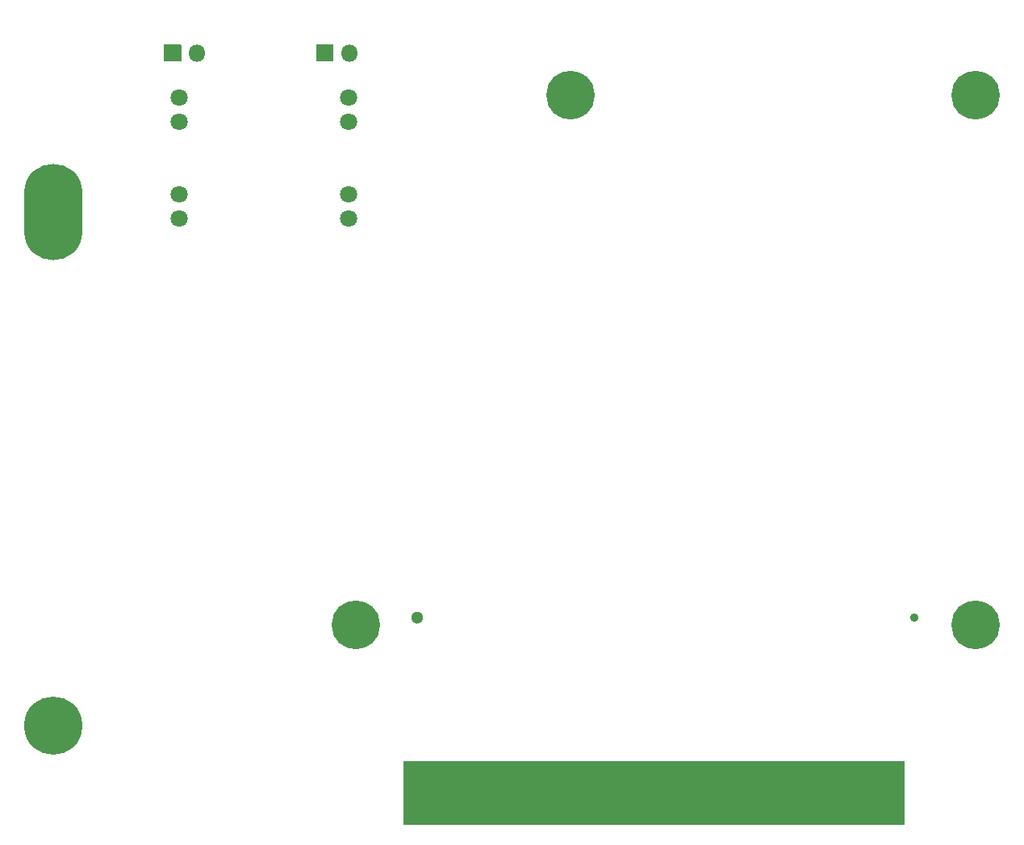
<source format=gbs>
%TF.GenerationSoftware,KiCad,Pcbnew,(5.1.9)-1*%
%TF.CreationDate,2021-05-24T00:29:36+08:00*%
%TF.ProjectId,V1,56312e6b-6963-4616-945f-706362585858,rev?*%
%TF.SameCoordinates,Original*%
%TF.FileFunction,Soldermask,Bot*%
%TF.FilePolarity,Negative*%
%FSLAX46Y46*%
G04 Gerber Fmt 4.6, Leading zero omitted, Abs format (unit mm)*
G04 Created by KiCad (PCBNEW (5.1.9)-1) date 2021-05-24 00:29:36*
%MOMM*%
%LPD*%
G01*
G04 APERTURE LIST*
%ADD10C,0.100000*%
%ADD11O,6.100000X10.100000*%
%ADD12C,6.100000*%
%ADD13C,5.100000*%
%ADD14C,1.300000*%
%ADD15C,0.900000*%
%ADD16O,1.800000X1.800000*%
%ADD17C,1.800000*%
G04 APERTURE END LIST*
D10*
G36*
X184750000Y-135000000D02*
G01*
X132250000Y-135000000D01*
X132250000Y-128350000D01*
X184750000Y-128350000D01*
X184750000Y-135000000D01*
G37*
X184750000Y-135000000D02*
X132250000Y-135000000D01*
X132250000Y-128350000D01*
X184750000Y-128350000D01*
X184750000Y-135000000D01*
G36*
G01*
X183250000Y-132700000D02*
X183250000Y-128400000D01*
G75*
G02*
X183300000Y-128350000I50000J0D01*
G01*
X184000000Y-128350000D01*
G75*
G02*
X184050000Y-128400000I0J-50000D01*
G01*
X184050000Y-132700000D01*
G75*
G02*
X184000000Y-132750000I-50000J0D01*
G01*
X183300000Y-132750000D01*
G75*
G02*
X183250000Y-132700000I0J50000D01*
G01*
G37*
G36*
G01*
X182250000Y-132700000D02*
X182250000Y-128400000D01*
G75*
G02*
X182300000Y-128350000I50000J0D01*
G01*
X183000000Y-128350000D01*
G75*
G02*
X183050000Y-128400000I0J-50000D01*
G01*
X183050000Y-132700000D01*
G75*
G02*
X183000000Y-132750000I-50000J0D01*
G01*
X182300000Y-132750000D01*
G75*
G02*
X182250000Y-132700000I0J50000D01*
G01*
G37*
G36*
G01*
X181250000Y-132700000D02*
X181250000Y-128400000D01*
G75*
G02*
X181300000Y-128350000I50000J0D01*
G01*
X182000000Y-128350000D01*
G75*
G02*
X182050000Y-128400000I0J-50000D01*
G01*
X182050000Y-132700000D01*
G75*
G02*
X182000000Y-132750000I-50000J0D01*
G01*
X181300000Y-132750000D01*
G75*
G02*
X181250000Y-132700000I0J50000D01*
G01*
G37*
G36*
G01*
X180250000Y-132700000D02*
X180250000Y-128400000D01*
G75*
G02*
X180300000Y-128350000I50000J0D01*
G01*
X181000000Y-128350000D01*
G75*
G02*
X181050000Y-128400000I0J-50000D01*
G01*
X181050000Y-132700000D01*
G75*
G02*
X181000000Y-132750000I-50000J0D01*
G01*
X180300000Y-132750000D01*
G75*
G02*
X180250000Y-132700000I0J50000D01*
G01*
G37*
G36*
G01*
X179250000Y-132700000D02*
X179250000Y-128400000D01*
G75*
G02*
X179300000Y-128350000I50000J0D01*
G01*
X180000000Y-128350000D01*
G75*
G02*
X180050000Y-128400000I0J-50000D01*
G01*
X180050000Y-132700000D01*
G75*
G02*
X180000000Y-132750000I-50000J0D01*
G01*
X179300000Y-132750000D01*
G75*
G02*
X179250000Y-132700000I0J50000D01*
G01*
G37*
G36*
G01*
X178250000Y-132700000D02*
X178250000Y-128400000D01*
G75*
G02*
X178300000Y-128350000I50000J0D01*
G01*
X179000000Y-128350000D01*
G75*
G02*
X179050000Y-128400000I0J-50000D01*
G01*
X179050000Y-132700000D01*
G75*
G02*
X179000000Y-132750000I-50000J0D01*
G01*
X178300000Y-132750000D01*
G75*
G02*
X178250000Y-132700000I0J50000D01*
G01*
G37*
G36*
G01*
X177250000Y-132700000D02*
X177250000Y-128400000D01*
G75*
G02*
X177300000Y-128350000I50000J0D01*
G01*
X178000000Y-128350000D01*
G75*
G02*
X178050000Y-128400000I0J-50000D01*
G01*
X178050000Y-132700000D01*
G75*
G02*
X178000000Y-132750000I-50000J0D01*
G01*
X177300000Y-132750000D01*
G75*
G02*
X177250000Y-132700000I0J50000D01*
G01*
G37*
G36*
G01*
X176250000Y-132700000D02*
X176250000Y-128400000D01*
G75*
G02*
X176300000Y-128350000I50000J0D01*
G01*
X177000000Y-128350000D01*
G75*
G02*
X177050000Y-128400000I0J-50000D01*
G01*
X177050000Y-132700000D01*
G75*
G02*
X177000000Y-132750000I-50000J0D01*
G01*
X176300000Y-132750000D01*
G75*
G02*
X176250000Y-132700000I0J50000D01*
G01*
G37*
G36*
G01*
X147250000Y-132700000D02*
X147250000Y-128400000D01*
G75*
G02*
X147300000Y-128350000I50000J0D01*
G01*
X148000000Y-128350000D01*
G75*
G02*
X148050000Y-128400000I0J-50000D01*
G01*
X148050000Y-132700000D01*
G75*
G02*
X148000000Y-132750000I-50000J0D01*
G01*
X147300000Y-132750000D01*
G75*
G02*
X147250000Y-132700000I0J50000D01*
G01*
G37*
G36*
G01*
X146250000Y-132700000D02*
X146250000Y-128400000D01*
G75*
G02*
X146300000Y-128350000I50000J0D01*
G01*
X147000000Y-128350000D01*
G75*
G02*
X147050000Y-128400000I0J-50000D01*
G01*
X147050000Y-132700000D01*
G75*
G02*
X147000000Y-132750000I-50000J0D01*
G01*
X146300000Y-132750000D01*
G75*
G02*
X146250000Y-132700000I0J50000D01*
G01*
G37*
G36*
G01*
X152250000Y-132700000D02*
X152250000Y-128400000D01*
G75*
G02*
X152300000Y-128350000I50000J0D01*
G01*
X153000000Y-128350000D01*
G75*
G02*
X153050000Y-128400000I0J-50000D01*
G01*
X153050000Y-132700000D01*
G75*
G02*
X153000000Y-132750000I-50000J0D01*
G01*
X152300000Y-132750000D01*
G75*
G02*
X152250000Y-132700000I0J50000D01*
G01*
G37*
G36*
G01*
X151250000Y-132700000D02*
X151250000Y-128400000D01*
G75*
G02*
X151300000Y-128350000I50000J0D01*
G01*
X152000000Y-128350000D01*
G75*
G02*
X152050000Y-128400000I0J-50000D01*
G01*
X152050000Y-132700000D01*
G75*
G02*
X152000000Y-132750000I-50000J0D01*
G01*
X151300000Y-132750000D01*
G75*
G02*
X151250000Y-132700000I0J50000D01*
G01*
G37*
G36*
G01*
X150250000Y-132700000D02*
X150250000Y-128400000D01*
G75*
G02*
X150300000Y-128350000I50000J0D01*
G01*
X151000000Y-128350000D01*
G75*
G02*
X151050000Y-128400000I0J-50000D01*
G01*
X151050000Y-132700000D01*
G75*
G02*
X151000000Y-132750000I-50000J0D01*
G01*
X150300000Y-132750000D01*
G75*
G02*
X150250000Y-132700000I0J50000D01*
G01*
G37*
G36*
G01*
X149250000Y-132700000D02*
X149250000Y-128400000D01*
G75*
G02*
X149300000Y-128350000I50000J0D01*
G01*
X150000000Y-128350000D01*
G75*
G02*
X150050000Y-128400000I0J-50000D01*
G01*
X150050000Y-132700000D01*
G75*
G02*
X150000000Y-132750000I-50000J0D01*
G01*
X149300000Y-132750000D01*
G75*
G02*
X149250000Y-132700000I0J50000D01*
G01*
G37*
G36*
G01*
X148250000Y-132700000D02*
X148250000Y-128400000D01*
G75*
G02*
X148300000Y-128350000I50000J0D01*
G01*
X149000000Y-128350000D01*
G75*
G02*
X149050000Y-128400000I0J-50000D01*
G01*
X149050000Y-132700000D01*
G75*
G02*
X149000000Y-132750000I-50000J0D01*
G01*
X148300000Y-132750000D01*
G75*
G02*
X148250000Y-132700000I0J50000D01*
G01*
G37*
G36*
G01*
X143250000Y-132700000D02*
X143250000Y-128400000D01*
G75*
G02*
X143300000Y-128350000I50000J0D01*
G01*
X144000000Y-128350000D01*
G75*
G02*
X144050000Y-128400000I0J-50000D01*
G01*
X144050000Y-132700000D01*
G75*
G02*
X144000000Y-132750000I-50000J0D01*
G01*
X143300000Y-132750000D01*
G75*
G02*
X143250000Y-132700000I0J50000D01*
G01*
G37*
G36*
G01*
X142250000Y-132700000D02*
X142250000Y-128400000D01*
G75*
G02*
X142300000Y-128350000I50000J0D01*
G01*
X143000000Y-128350000D01*
G75*
G02*
X143050000Y-128400000I0J-50000D01*
G01*
X143050000Y-132700000D01*
G75*
G02*
X143000000Y-132750000I-50000J0D01*
G01*
X142300000Y-132750000D01*
G75*
G02*
X142250000Y-132700000I0J50000D01*
G01*
G37*
G36*
G01*
X141250000Y-132700000D02*
X141250000Y-128400000D01*
G75*
G02*
X141300000Y-128350000I50000J0D01*
G01*
X142000000Y-128350000D01*
G75*
G02*
X142050000Y-128400000I0J-50000D01*
G01*
X142050000Y-132700000D01*
G75*
G02*
X142000000Y-132750000I-50000J0D01*
G01*
X141300000Y-132750000D01*
G75*
G02*
X141250000Y-132700000I0J50000D01*
G01*
G37*
G36*
G01*
X140250000Y-132700000D02*
X140250000Y-128400000D01*
G75*
G02*
X140300000Y-128350000I50000J0D01*
G01*
X141000000Y-128350000D01*
G75*
G02*
X141050000Y-128400000I0J-50000D01*
G01*
X141050000Y-132700000D01*
G75*
G02*
X141000000Y-132750000I-50000J0D01*
G01*
X140300000Y-132750000D01*
G75*
G02*
X140250000Y-132700000I0J50000D01*
G01*
G37*
G36*
G01*
X139250000Y-132700000D02*
X139250000Y-128400000D01*
G75*
G02*
X139300000Y-128350000I50000J0D01*
G01*
X140000000Y-128350000D01*
G75*
G02*
X140050000Y-128400000I0J-50000D01*
G01*
X140050000Y-132700000D01*
G75*
G02*
X140000000Y-132750000I-50000J0D01*
G01*
X139300000Y-132750000D01*
G75*
G02*
X139250000Y-132700000I0J50000D01*
G01*
G37*
G36*
G01*
X138250000Y-132700000D02*
X138250000Y-128400000D01*
G75*
G02*
X138300000Y-128350000I50000J0D01*
G01*
X139000000Y-128350000D01*
G75*
G02*
X139050000Y-128400000I0J-50000D01*
G01*
X139050000Y-132700000D01*
G75*
G02*
X139000000Y-132750000I-50000J0D01*
G01*
X138300000Y-132750000D01*
G75*
G02*
X138250000Y-132700000I0J50000D01*
G01*
G37*
G36*
G01*
X137250000Y-132700000D02*
X137250000Y-128400000D01*
G75*
G02*
X137300000Y-128350000I50000J0D01*
G01*
X138000000Y-128350000D01*
G75*
G02*
X138050000Y-128400000I0J-50000D01*
G01*
X138050000Y-132700000D01*
G75*
G02*
X138000000Y-132750000I-50000J0D01*
G01*
X137300000Y-132750000D01*
G75*
G02*
X137250000Y-132700000I0J50000D01*
G01*
G37*
G36*
G01*
X136250000Y-132700000D02*
X136250000Y-128400000D01*
G75*
G02*
X136300000Y-128350000I50000J0D01*
G01*
X137000000Y-128350000D01*
G75*
G02*
X137050000Y-128400000I0J-50000D01*
G01*
X137050000Y-132700000D01*
G75*
G02*
X137000000Y-132750000I-50000J0D01*
G01*
X136300000Y-132750000D01*
G75*
G02*
X136250000Y-132700000I0J50000D01*
G01*
G37*
G36*
G01*
X135250000Y-132700000D02*
X135250000Y-128400000D01*
G75*
G02*
X135300000Y-128350000I50000J0D01*
G01*
X136000000Y-128350000D01*
G75*
G02*
X136050000Y-128400000I0J-50000D01*
G01*
X136050000Y-132700000D01*
G75*
G02*
X136000000Y-132750000I-50000J0D01*
G01*
X135300000Y-132750000D01*
G75*
G02*
X135250000Y-132700000I0J50000D01*
G01*
G37*
G36*
G01*
X134250000Y-132700000D02*
X134250000Y-128400000D01*
G75*
G02*
X134300000Y-128350000I50000J0D01*
G01*
X135000000Y-128350000D01*
G75*
G02*
X135050000Y-128400000I0J-50000D01*
G01*
X135050000Y-132700000D01*
G75*
G02*
X135000000Y-132750000I-50000J0D01*
G01*
X134300000Y-132750000D01*
G75*
G02*
X134250000Y-132700000I0J50000D01*
G01*
G37*
G36*
G01*
X133250000Y-131600000D02*
X133250000Y-128400000D01*
G75*
G02*
X133300000Y-128350000I50000J0D01*
G01*
X134000000Y-128350000D01*
G75*
G02*
X134050000Y-128400000I0J-50000D01*
G01*
X134050000Y-131600000D01*
G75*
G02*
X134000000Y-131650000I-50000J0D01*
G01*
X133300000Y-131650000D01*
G75*
G02*
X133250000Y-131600000I0J50000D01*
G01*
G37*
G36*
G01*
X153250000Y-132700000D02*
X153250000Y-128400000D01*
G75*
G02*
X153300000Y-128350000I50000J0D01*
G01*
X154000000Y-128350000D01*
G75*
G02*
X154050000Y-128400000I0J-50000D01*
G01*
X154050000Y-132700000D01*
G75*
G02*
X154000000Y-132750000I-50000J0D01*
G01*
X153300000Y-132750000D01*
G75*
G02*
X153250000Y-132700000I0J50000D01*
G01*
G37*
G36*
G01*
X154250000Y-132700000D02*
X154250000Y-128400000D01*
G75*
G02*
X154300000Y-128350000I50000J0D01*
G01*
X155000000Y-128350000D01*
G75*
G02*
X155050000Y-128400000I0J-50000D01*
G01*
X155050000Y-132700000D01*
G75*
G02*
X155000000Y-132750000I-50000J0D01*
G01*
X154300000Y-132750000D01*
G75*
G02*
X154250000Y-132700000I0J50000D01*
G01*
G37*
G36*
G01*
X155250000Y-132700000D02*
X155250000Y-128400000D01*
G75*
G02*
X155300000Y-128350000I50000J0D01*
G01*
X156000000Y-128350000D01*
G75*
G02*
X156050000Y-128400000I0J-50000D01*
G01*
X156050000Y-132700000D01*
G75*
G02*
X156000000Y-132750000I-50000J0D01*
G01*
X155300000Y-132750000D01*
G75*
G02*
X155250000Y-132700000I0J50000D01*
G01*
G37*
G36*
G01*
X156250000Y-132700000D02*
X156250000Y-128400000D01*
G75*
G02*
X156300000Y-128350000I50000J0D01*
G01*
X157000000Y-128350000D01*
G75*
G02*
X157050000Y-128400000I0J-50000D01*
G01*
X157050000Y-132700000D01*
G75*
G02*
X157000000Y-132750000I-50000J0D01*
G01*
X156300000Y-132750000D01*
G75*
G02*
X156250000Y-132700000I0J50000D01*
G01*
G37*
G36*
G01*
X157250000Y-132700000D02*
X157250000Y-128400000D01*
G75*
G02*
X157300000Y-128350000I50000J0D01*
G01*
X158000000Y-128350000D01*
G75*
G02*
X158050000Y-128400000I0J-50000D01*
G01*
X158050000Y-132700000D01*
G75*
G02*
X158000000Y-132750000I-50000J0D01*
G01*
X157300000Y-132750000D01*
G75*
G02*
X157250000Y-132700000I0J50000D01*
G01*
G37*
G36*
G01*
X158250000Y-132700000D02*
X158250000Y-128400000D01*
G75*
G02*
X158300000Y-128350000I50000J0D01*
G01*
X159000000Y-128350000D01*
G75*
G02*
X159050000Y-128400000I0J-50000D01*
G01*
X159050000Y-132700000D01*
G75*
G02*
X159000000Y-132750000I-50000J0D01*
G01*
X158300000Y-132750000D01*
G75*
G02*
X158250000Y-132700000I0J50000D01*
G01*
G37*
G36*
G01*
X159250000Y-132700000D02*
X159250000Y-128400000D01*
G75*
G02*
X159300000Y-128350000I50000J0D01*
G01*
X160000000Y-128350000D01*
G75*
G02*
X160050000Y-128400000I0J-50000D01*
G01*
X160050000Y-132700000D01*
G75*
G02*
X160000000Y-132750000I-50000J0D01*
G01*
X159300000Y-132750000D01*
G75*
G02*
X159250000Y-132700000I0J50000D01*
G01*
G37*
G36*
G01*
X160250000Y-132700000D02*
X160250000Y-128400000D01*
G75*
G02*
X160300000Y-128350000I50000J0D01*
G01*
X161000000Y-128350000D01*
G75*
G02*
X161050000Y-128400000I0J-50000D01*
G01*
X161050000Y-132700000D01*
G75*
G02*
X161000000Y-132750000I-50000J0D01*
G01*
X160300000Y-132750000D01*
G75*
G02*
X160250000Y-132700000I0J50000D01*
G01*
G37*
G36*
G01*
X161250000Y-132700000D02*
X161250000Y-128400000D01*
G75*
G02*
X161300000Y-128350000I50000J0D01*
G01*
X162000000Y-128350000D01*
G75*
G02*
X162050000Y-128400000I0J-50000D01*
G01*
X162050000Y-132700000D01*
G75*
G02*
X162000000Y-132750000I-50000J0D01*
G01*
X161300000Y-132750000D01*
G75*
G02*
X161250000Y-132700000I0J50000D01*
G01*
G37*
G36*
G01*
X162250000Y-132700000D02*
X162250000Y-128400000D01*
G75*
G02*
X162300000Y-128350000I50000J0D01*
G01*
X163000000Y-128350000D01*
G75*
G02*
X163050000Y-128400000I0J-50000D01*
G01*
X163050000Y-132700000D01*
G75*
G02*
X163000000Y-132750000I-50000J0D01*
G01*
X162300000Y-132750000D01*
G75*
G02*
X162250000Y-132700000I0J50000D01*
G01*
G37*
G36*
G01*
X163250000Y-132700000D02*
X163250000Y-128400000D01*
G75*
G02*
X163300000Y-128350000I50000J0D01*
G01*
X164000000Y-128350000D01*
G75*
G02*
X164050000Y-128400000I0J-50000D01*
G01*
X164050000Y-132700000D01*
G75*
G02*
X164000000Y-132750000I-50000J0D01*
G01*
X163300000Y-132750000D01*
G75*
G02*
X163250000Y-132700000I0J50000D01*
G01*
G37*
G36*
G01*
X164250000Y-132700000D02*
X164250000Y-128400000D01*
G75*
G02*
X164300000Y-128350000I50000J0D01*
G01*
X165000000Y-128350000D01*
G75*
G02*
X165050000Y-128400000I0J-50000D01*
G01*
X165050000Y-132700000D01*
G75*
G02*
X165000000Y-132750000I-50000J0D01*
G01*
X164300000Y-132750000D01*
G75*
G02*
X164250000Y-132700000I0J50000D01*
G01*
G37*
G36*
G01*
X165250000Y-132700000D02*
X165250000Y-128400000D01*
G75*
G02*
X165300000Y-128350000I50000J0D01*
G01*
X166000000Y-128350000D01*
G75*
G02*
X166050000Y-128400000I0J-50000D01*
G01*
X166050000Y-132700000D01*
G75*
G02*
X166000000Y-132750000I-50000J0D01*
G01*
X165300000Y-132750000D01*
G75*
G02*
X165250000Y-132700000I0J50000D01*
G01*
G37*
G36*
G01*
X166250000Y-132700000D02*
X166250000Y-128400000D01*
G75*
G02*
X166300000Y-128350000I50000J0D01*
G01*
X167000000Y-128350000D01*
G75*
G02*
X167050000Y-128400000I0J-50000D01*
G01*
X167050000Y-132700000D01*
G75*
G02*
X167000000Y-132750000I-50000J0D01*
G01*
X166300000Y-132750000D01*
G75*
G02*
X166250000Y-132700000I0J50000D01*
G01*
G37*
G36*
G01*
X167250000Y-132700000D02*
X167250000Y-128400000D01*
G75*
G02*
X167300000Y-128350000I50000J0D01*
G01*
X168000000Y-128350000D01*
G75*
G02*
X168050000Y-128400000I0J-50000D01*
G01*
X168050000Y-132700000D01*
G75*
G02*
X168000000Y-132750000I-50000J0D01*
G01*
X167300000Y-132750000D01*
G75*
G02*
X167250000Y-132700000I0J50000D01*
G01*
G37*
G36*
G01*
X168250000Y-132700000D02*
X168250000Y-128400000D01*
G75*
G02*
X168300000Y-128350000I50000J0D01*
G01*
X169000000Y-128350000D01*
G75*
G02*
X169050000Y-128400000I0J-50000D01*
G01*
X169050000Y-132700000D01*
G75*
G02*
X169000000Y-132750000I-50000J0D01*
G01*
X168300000Y-132750000D01*
G75*
G02*
X168250000Y-132700000I0J50000D01*
G01*
G37*
G36*
G01*
X169250000Y-132700000D02*
X169250000Y-128400000D01*
G75*
G02*
X169300000Y-128350000I50000J0D01*
G01*
X170000000Y-128350000D01*
G75*
G02*
X170050000Y-128400000I0J-50000D01*
G01*
X170050000Y-132700000D01*
G75*
G02*
X170000000Y-132750000I-50000J0D01*
G01*
X169300000Y-132750000D01*
G75*
G02*
X169250000Y-132700000I0J50000D01*
G01*
G37*
G36*
G01*
X170250000Y-132700000D02*
X170250000Y-128400000D01*
G75*
G02*
X170300000Y-128350000I50000J0D01*
G01*
X171000000Y-128350000D01*
G75*
G02*
X171050000Y-128400000I0J-50000D01*
G01*
X171050000Y-132700000D01*
G75*
G02*
X171000000Y-132750000I-50000J0D01*
G01*
X170300000Y-132750000D01*
G75*
G02*
X170250000Y-132700000I0J50000D01*
G01*
G37*
G36*
G01*
X171250000Y-132700000D02*
X171250000Y-128400000D01*
G75*
G02*
X171300000Y-128350000I50000J0D01*
G01*
X172000000Y-128350000D01*
G75*
G02*
X172050000Y-128400000I0J-50000D01*
G01*
X172050000Y-132700000D01*
G75*
G02*
X172000000Y-132750000I-50000J0D01*
G01*
X171300000Y-132750000D01*
G75*
G02*
X171250000Y-132700000I0J50000D01*
G01*
G37*
G36*
G01*
X172250000Y-132700000D02*
X172250000Y-128400000D01*
G75*
G02*
X172300000Y-128350000I50000J0D01*
G01*
X173000000Y-128350000D01*
G75*
G02*
X173050000Y-128400000I0J-50000D01*
G01*
X173050000Y-132700000D01*
G75*
G02*
X173000000Y-132750000I-50000J0D01*
G01*
X172300000Y-132750000D01*
G75*
G02*
X172250000Y-132700000I0J50000D01*
G01*
G37*
G36*
G01*
X173250000Y-132700000D02*
X173250000Y-128400000D01*
G75*
G02*
X173300000Y-128350000I50000J0D01*
G01*
X174000000Y-128350000D01*
G75*
G02*
X174050000Y-128400000I0J-50000D01*
G01*
X174050000Y-132700000D01*
G75*
G02*
X174000000Y-132750000I-50000J0D01*
G01*
X173300000Y-132750000D01*
G75*
G02*
X173250000Y-132700000I0J50000D01*
G01*
G37*
G36*
G01*
X174250000Y-132700000D02*
X174250000Y-128400000D01*
G75*
G02*
X174300000Y-128350000I50000J0D01*
G01*
X175000000Y-128350000D01*
G75*
G02*
X175050000Y-128400000I0J-50000D01*
G01*
X175050000Y-132700000D01*
G75*
G02*
X175000000Y-132750000I-50000J0D01*
G01*
X174300000Y-132750000D01*
G75*
G02*
X174250000Y-132700000I0J50000D01*
G01*
G37*
G36*
G01*
X175250000Y-132700000D02*
X175250000Y-128400000D01*
G75*
G02*
X175300000Y-128350000I50000J0D01*
G01*
X176000000Y-128350000D01*
G75*
G02*
X176050000Y-128400000I0J-50000D01*
G01*
X176050000Y-132700000D01*
G75*
G02*
X176000000Y-132750000I-50000J0D01*
G01*
X175300000Y-132750000D01*
G75*
G02*
X175250000Y-132700000I0J50000D01*
G01*
G37*
D11*
X95500000Y-70739000D03*
D12*
X95500000Y-124650001D03*
D13*
X192250000Y-114050000D03*
X192250000Y-58450000D03*
X149750000Y-58450000D03*
D14*
X133650000Y-113250000D03*
D15*
X185850000Y-113250000D03*
D13*
X127250000Y-114050000D03*
G36*
G01*
X124850000Y-54900000D02*
X123150000Y-54900000D01*
G75*
G02*
X123100000Y-54850000I0J50000D01*
G01*
X123100000Y-53150000D01*
G75*
G02*
X123150000Y-53100000I50000J0D01*
G01*
X124850000Y-53100000D01*
G75*
G02*
X124900000Y-53150000I0J-50000D01*
G01*
X124900000Y-54850000D01*
G75*
G02*
X124850000Y-54900000I-50000J0D01*
G01*
G37*
D16*
X126540000Y-54000000D03*
G36*
G01*
X108850000Y-54900000D02*
X107150000Y-54900000D01*
G75*
G02*
X107100000Y-54850000I0J50000D01*
G01*
X107100000Y-53150000D01*
G75*
G02*
X107150000Y-53100000I50000J0D01*
G01*
X108850000Y-53100000D01*
G75*
G02*
X108900000Y-53150000I0J-50000D01*
G01*
X108900000Y-54850000D01*
G75*
G02*
X108850000Y-54900000I-50000J0D01*
G01*
G37*
X110540000Y-54000000D03*
D17*
X126468000Y-71374000D03*
X126468000Y-68834000D03*
X126468000Y-58674000D03*
X126468000Y-61214000D03*
X108688000Y-61214000D03*
X108688000Y-58674000D03*
X108688000Y-71374000D03*
X108688000Y-68834000D03*
M02*

</source>
